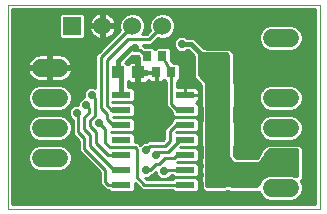
<source format=gtl>
G75*
%MOIN*%
%OFA0B0*%
%FSLAX24Y24*%
%IPPOS*%
%LPD*%
%AMOC8*
5,1,8,0,0,1.08239X$1,22.5*
%
%ADD10C,0.0000*%
%ADD11R,0.0630X0.0236*%
%ADD12C,0.0600*%
%ADD13R,0.0630X0.0709*%
%ADD14R,0.0433X0.0394*%
%ADD15R,0.0276X0.0354*%
%ADD16R,0.0600X0.0600*%
%ADD17C,0.0600*%
%ADD18C,0.0280*%
%ADD19C,0.0120*%
%ADD20C,0.0360*%
%ADD21C,0.0160*%
%ADD22C,0.0100*%
%ADD23C,0.0960*%
D10*
X000150Y000200D02*
X010550Y000200D01*
X010550Y007000D01*
X000150Y007000D01*
X000150Y000200D01*
D11*
X003937Y001000D03*
X003937Y001500D03*
X003937Y002000D03*
X003937Y002500D03*
X003937Y003000D03*
X003937Y003500D03*
X003937Y004000D03*
X006063Y004000D03*
X006063Y003500D03*
X006063Y003000D03*
X006063Y002500D03*
X006063Y002000D03*
X006063Y001500D03*
X006063Y001000D03*
D12*
X008950Y000900D02*
X009550Y000900D01*
X009550Y001900D02*
X008950Y001900D01*
X008950Y002900D02*
X009550Y002900D01*
X009550Y003900D02*
X008950Y003900D01*
X008950Y004900D02*
X009550Y004900D01*
X009550Y005900D02*
X008950Y005900D01*
X001850Y004900D02*
X001250Y004900D01*
X001250Y003900D02*
X001850Y003900D01*
X001850Y002900D02*
X001250Y002900D01*
X001250Y001900D02*
X001850Y001900D01*
D13*
X007049Y002700D03*
X008151Y002700D03*
X008151Y004000D03*
X007049Y004000D03*
D14*
X004485Y004750D03*
X003815Y004750D03*
D15*
X004794Y005300D03*
X005306Y005300D03*
X005094Y004750D03*
X005606Y004750D03*
D16*
X002300Y006300D03*
D17*
X003300Y006300D03*
X004300Y006300D03*
X005300Y006300D03*
D18*
X005950Y005700D03*
X005992Y005291D03*
X005992Y004991D03*
X006656Y005000D03*
X006656Y004700D03*
X006656Y005300D03*
X007492Y006091D03*
X007850Y004600D03*
X008150Y004600D03*
X008450Y004600D03*
X005250Y004150D03*
X004700Y004150D03*
X004400Y005150D03*
X004400Y005550D03*
X002750Y005000D03*
X002950Y004000D03*
X002750Y003650D03*
X002450Y003400D03*
X003200Y003050D03*
X002350Y002350D03*
X002150Y001200D03*
X000700Y001200D03*
X004700Y002650D03*
X005250Y002650D03*
X004750Y002150D03*
X005100Y002000D03*
X005350Y001450D03*
X004750Y001500D03*
X005550Y000700D03*
X006550Y000700D03*
X006850Y001200D03*
X006850Y001500D03*
X006850Y001800D03*
X007850Y002100D03*
X008150Y002100D03*
X008450Y002100D03*
X007500Y000700D03*
X000850Y006250D03*
D19*
X006550Y005350D02*
X006550Y004650D01*
X006800Y004400D01*
X006800Y000950D01*
X007372Y000950D01*
X007444Y000980D01*
X007556Y000980D01*
X007628Y000950D01*
X008450Y000950D01*
X008526Y001026D01*
X008577Y001149D01*
X008701Y001273D01*
X008862Y001340D01*
X009638Y001340D01*
X009734Y001300D01*
X009800Y001300D01*
X009800Y002150D01*
X008900Y002150D01*
X008550Y001700D01*
X007700Y001700D01*
X007500Y001900D01*
X007500Y005300D01*
X007450Y005350D01*
X006550Y005350D01*
X006550Y005296D02*
X007500Y005296D01*
X007500Y005177D02*
X006550Y005177D01*
X006550Y005059D02*
X007500Y005059D01*
X007500Y004940D02*
X006550Y004940D01*
X006550Y004822D02*
X007500Y004822D01*
X007500Y004703D02*
X006550Y004703D01*
X006615Y004585D02*
X007500Y004585D01*
X007500Y004466D02*
X006734Y004466D01*
X006800Y004348D02*
X007500Y004348D01*
X007500Y004229D02*
X006800Y004229D01*
X006800Y004111D02*
X007500Y004111D01*
X007500Y003992D02*
X006800Y003992D01*
X006800Y003874D02*
X007500Y003874D01*
X007500Y003755D02*
X006800Y003755D01*
X006800Y003637D02*
X007500Y003637D01*
X007500Y003518D02*
X006800Y003518D01*
X006800Y003400D02*
X007500Y003400D01*
X007500Y003281D02*
X006800Y003281D01*
X006800Y003163D02*
X007500Y003163D01*
X007500Y003044D02*
X006800Y003044D01*
X006800Y002926D02*
X007500Y002926D01*
X007500Y002807D02*
X006800Y002807D01*
X006800Y002689D02*
X007500Y002689D01*
X007500Y002570D02*
X006800Y002570D01*
X006800Y002452D02*
X007500Y002452D01*
X007500Y002333D02*
X006800Y002333D01*
X006800Y002215D02*
X007500Y002215D01*
X007500Y002096D02*
X006800Y002096D01*
X006800Y001978D02*
X007500Y001978D01*
X007541Y001859D02*
X006800Y001859D01*
X006800Y001741D02*
X007659Y001741D01*
X007750Y001950D02*
X007750Y005400D01*
X009950Y005400D01*
X009950Y004300D01*
X009734Y004300D01*
X009638Y004340D01*
X008862Y004340D01*
X008766Y004300D01*
X008650Y004300D01*
X008648Y004220D01*
X008577Y004149D01*
X008510Y003988D01*
X008510Y003812D01*
X008577Y003651D01*
X008633Y003595D01*
X008623Y003195D01*
X008577Y003149D01*
X008510Y002988D01*
X008510Y002812D01*
X008577Y002651D01*
X008609Y002619D01*
X008600Y002250D01*
X008300Y001950D01*
X007750Y001950D01*
X007750Y001978D02*
X008328Y001978D01*
X008446Y002096D02*
X007750Y002096D01*
X007750Y002215D02*
X008565Y002215D01*
X008602Y002333D02*
X007750Y002333D01*
X007750Y002452D02*
X008605Y002452D01*
X008608Y002570D02*
X007750Y002570D01*
X007750Y002689D02*
X008561Y002689D01*
X008512Y002807D02*
X007750Y002807D01*
X007750Y002926D02*
X008510Y002926D01*
X008533Y003044D02*
X007750Y003044D01*
X007750Y003163D02*
X008590Y003163D01*
X008625Y003281D02*
X007750Y003281D01*
X007750Y003400D02*
X008628Y003400D01*
X008631Y003518D02*
X007750Y003518D01*
X007750Y003637D02*
X008591Y003637D01*
X008534Y003755D02*
X007750Y003755D01*
X007750Y003874D02*
X008510Y003874D01*
X008512Y003992D02*
X007750Y003992D01*
X007750Y004111D02*
X008561Y004111D01*
X008648Y004229D02*
X007750Y004229D01*
X007750Y004348D02*
X009950Y004348D01*
X009950Y004466D02*
X007750Y004466D01*
X007750Y004585D02*
X009950Y004585D01*
X009950Y004703D02*
X007750Y004703D01*
X007750Y004822D02*
X009950Y004822D01*
X009950Y004940D02*
X007750Y004940D01*
X007750Y005059D02*
X009950Y005059D01*
X009950Y005177D02*
X007750Y005177D01*
X007750Y005296D02*
X009950Y005296D01*
X009800Y002096D02*
X008858Y002096D01*
X008766Y001978D02*
X009800Y001978D01*
X009800Y001859D02*
X008674Y001859D01*
X008582Y001741D02*
X009800Y001741D01*
X009800Y001622D02*
X006800Y001622D01*
X006800Y001504D02*
X009800Y001504D01*
X009800Y001385D02*
X006800Y001385D01*
X006800Y001267D02*
X008694Y001267D01*
X008576Y001148D02*
X006800Y001148D01*
X006800Y001030D02*
X008527Y001030D01*
D20*
X008250Y001400D03*
X008250Y005200D03*
D21*
X006656Y005300D02*
X006256Y005700D01*
X005950Y005700D01*
X004400Y005550D02*
X004250Y005550D01*
X003815Y005135D01*
X003815Y004750D01*
X003937Y004622D01*
X003937Y004000D01*
D22*
X003630Y003752D02*
X004306Y003752D01*
X004382Y003828D01*
X004382Y004172D01*
X004306Y004248D01*
X004147Y004248D01*
X004147Y004463D01*
X004148Y004461D01*
X004176Y004433D01*
X004210Y004413D01*
X004248Y004403D01*
X004436Y004403D01*
X004436Y004702D01*
X004533Y004702D01*
X004533Y004798D01*
X004806Y004798D01*
X004806Y004769D01*
X005075Y004769D01*
X005075Y004731D01*
X005113Y004731D01*
X005113Y004423D01*
X005252Y004423D01*
X005290Y004433D01*
X005324Y004453D01*
X005352Y004481D01*
X005361Y004496D01*
X005414Y004443D01*
X005420Y004443D01*
X005420Y003625D01*
X005525Y003520D01*
X005618Y003427D01*
X005618Y003328D01*
X005694Y003252D01*
X006432Y003252D01*
X006508Y003328D01*
X006508Y003672D01*
X006437Y003743D01*
X006470Y003762D01*
X006498Y003790D01*
X006518Y003824D01*
X006528Y003862D01*
X006528Y003991D01*
X006072Y003991D01*
X006072Y004009D01*
X006528Y004009D01*
X006528Y004138D01*
X006518Y004176D01*
X006498Y004210D01*
X006470Y004238D01*
X006436Y004258D01*
X006398Y004268D01*
X006072Y004268D01*
X006072Y004009D01*
X006054Y004009D01*
X006054Y004268D01*
X005780Y004268D01*
X005780Y004443D01*
X005798Y004443D01*
X005874Y004519D01*
X005874Y004981D01*
X005798Y005057D01*
X005643Y005057D01*
X005574Y005185D01*
X005574Y005531D01*
X005498Y005607D01*
X005114Y005607D01*
X005050Y005543D01*
X004986Y005607D01*
X004697Y005607D01*
X004648Y005656D01*
X004643Y005670D01*
X004925Y005670D01*
X005151Y005896D01*
X005214Y005870D01*
X005386Y005870D01*
X005544Y005935D01*
X005665Y006056D01*
X005730Y006214D01*
X005730Y006386D01*
X005665Y006544D01*
X005544Y006665D01*
X005386Y006730D01*
X005214Y006730D01*
X005056Y006665D01*
X004935Y006544D01*
X004870Y006386D01*
X004870Y006214D01*
X004896Y006151D01*
X004775Y006030D01*
X004638Y006030D01*
X004665Y006056D01*
X004730Y006214D01*
X004730Y006386D01*
X004665Y006544D01*
X004544Y006665D01*
X004386Y006730D01*
X004214Y006730D01*
X004056Y006665D01*
X003935Y006544D01*
X003870Y006386D01*
X003870Y006214D01*
X003896Y006151D01*
X003175Y005430D01*
X003070Y005325D01*
X003070Y004243D01*
X003004Y004270D01*
X002896Y004270D01*
X002797Y004229D01*
X002721Y004153D01*
X002680Y004054D01*
X002680Y003946D01*
X002692Y003918D01*
X002597Y003879D01*
X002521Y003803D01*
X002480Y003704D01*
X002480Y003670D01*
X002396Y003670D01*
X002297Y003629D01*
X002221Y003553D01*
X002180Y003454D01*
X002180Y003346D01*
X002221Y003247D01*
X002297Y003171D01*
X002320Y003162D01*
X002320Y002675D01*
X002425Y002570D01*
X002520Y002475D01*
X002520Y002125D01*
X002625Y002020D01*
X003220Y001425D01*
X003220Y001025D01*
X003325Y000920D01*
X003425Y000820D01*
X003500Y000820D01*
X003568Y000752D01*
X004306Y000752D01*
X004382Y000828D01*
X004382Y001063D01*
X004625Y000820D01*
X005626Y000820D01*
X005694Y000752D01*
X006432Y000752D01*
X006508Y000828D01*
X006508Y001172D01*
X006432Y001248D01*
X005694Y001248D01*
X005626Y001180D01*
X004775Y001180D01*
X004725Y001230D01*
X004804Y001230D01*
X004903Y001271D01*
X004952Y001320D01*
X004975Y001320D01*
X005080Y001425D01*
X005080Y001425D01*
X005080Y001396D01*
X005121Y001297D01*
X005197Y001221D01*
X005296Y001180D01*
X005404Y001180D01*
X005503Y001221D01*
X005579Y001297D01*
X005588Y001320D01*
X005626Y001320D01*
X005694Y001252D01*
X006432Y001252D01*
X006508Y001328D01*
X006508Y001672D01*
X006432Y001748D01*
X005803Y001748D01*
X005806Y001752D01*
X006432Y001752D01*
X006508Y001828D01*
X006508Y002172D01*
X006432Y002248D01*
X005903Y002248D01*
X005906Y002252D01*
X006432Y002252D01*
X006508Y002328D01*
X006508Y002672D01*
X006432Y002748D01*
X005753Y002748D01*
X005756Y002752D01*
X006432Y002752D01*
X006508Y002828D01*
X006508Y003172D01*
X006432Y003248D01*
X005694Y003248D01*
X005618Y003172D01*
X005618Y003123D01*
X005475Y002980D01*
X005370Y002875D01*
X005370Y002525D01*
X005325Y002480D01*
X004825Y002480D01*
X004765Y002420D01*
X004696Y002420D01*
X004597Y002379D01*
X004561Y002343D01*
X004475Y002430D01*
X004382Y002430D01*
X004382Y002672D01*
X004306Y002748D01*
X003580Y002748D01*
X003580Y002752D01*
X004306Y002752D01*
X004382Y002828D01*
X004382Y003172D01*
X004306Y003248D01*
X003656Y003248D01*
X003653Y003252D01*
X004306Y003252D01*
X004382Y003328D01*
X004382Y003672D01*
X004306Y003748D01*
X003630Y003748D01*
X003630Y003752D01*
X003450Y003650D02*
X003450Y005150D01*
X004150Y005850D01*
X004850Y005850D01*
X005300Y006300D01*
X005606Y006603D02*
X010400Y006603D01*
X010400Y006504D02*
X005681Y006504D01*
X005722Y006406D02*
X010400Y006406D01*
X010400Y006307D02*
X009691Y006307D01*
X009636Y006330D02*
X008864Y006330D01*
X008706Y006265D01*
X008585Y006144D01*
X008520Y005986D01*
X008520Y005814D01*
X008585Y005656D01*
X008706Y005535D01*
X008864Y005470D01*
X009636Y005470D01*
X009794Y005535D01*
X009915Y005656D01*
X009980Y005814D01*
X009980Y005986D01*
X009915Y006144D01*
X009794Y006265D01*
X009636Y006330D01*
X009850Y006209D02*
X010400Y006209D01*
X010400Y006110D02*
X009928Y006110D01*
X009969Y006012D02*
X010400Y006012D01*
X010400Y005913D02*
X009980Y005913D01*
X009980Y005815D02*
X010400Y005815D01*
X010400Y005716D02*
X009939Y005716D01*
X009876Y005618D02*
X010400Y005618D01*
X010400Y005519D02*
X009754Y005519D01*
X009707Y005322D02*
X010400Y005322D01*
X010400Y005421D02*
X007648Y005421D01*
X007690Y005379D02*
X007579Y005490D01*
X007529Y005540D01*
X006782Y005540D01*
X006710Y005570D01*
X006683Y005570D01*
X006343Y005910D01*
X006122Y005910D01*
X006103Y005929D01*
X006004Y005970D01*
X005896Y005970D01*
X005797Y005929D01*
X005721Y005853D01*
X005680Y005754D01*
X005680Y005646D01*
X005721Y005547D01*
X005797Y005471D01*
X005896Y005430D01*
X006004Y005430D01*
X006103Y005471D01*
X006122Y005490D01*
X006169Y005490D01*
X006360Y005299D01*
X006360Y004571D01*
X006471Y004460D01*
X006604Y004327D01*
X006604Y003592D01*
X006610Y003586D01*
X006610Y003114D01*
X006604Y003108D01*
X006604Y002292D01*
X006610Y002286D01*
X006610Y001926D01*
X006580Y001854D01*
X006580Y001746D01*
X006610Y001674D01*
X006610Y001626D01*
X006580Y001554D01*
X006580Y001446D01*
X006610Y001374D01*
X006610Y001326D01*
X006580Y001254D01*
X006580Y001146D01*
X006610Y001074D01*
X006610Y000871D01*
X006721Y000760D01*
X008529Y000760D01*
X008539Y000770D01*
X008585Y000656D01*
X008706Y000535D01*
X008864Y000470D01*
X009636Y000470D01*
X009794Y000535D01*
X009915Y000656D01*
X009980Y000814D01*
X009980Y000986D01*
X009915Y001144D01*
X009913Y001145D01*
X009990Y001221D01*
X009990Y002229D01*
X009879Y002340D01*
X008965Y002340D01*
X008955Y002348D01*
X008888Y002340D01*
X008821Y002340D01*
X008812Y002330D01*
X008798Y002329D01*
X008768Y002290D01*
X008706Y002265D01*
X008585Y002144D01*
X008520Y001986D01*
X008520Y001971D01*
X008457Y001890D01*
X007779Y001890D01*
X007690Y001979D01*
X007690Y002312D01*
X007696Y002288D01*
X007716Y002254D01*
X007744Y002226D01*
X007778Y002206D01*
X007816Y002196D01*
X008101Y002196D01*
X008101Y002650D01*
X008201Y002650D01*
X008201Y002196D01*
X008486Y002196D01*
X008524Y002206D01*
X008558Y002226D01*
X008586Y002254D01*
X008606Y002288D01*
X008616Y002326D01*
X008616Y002626D01*
X008706Y002535D01*
X008864Y002470D01*
X009636Y002470D01*
X009794Y002535D01*
X009915Y002656D01*
X009980Y002814D01*
X009980Y002986D01*
X009915Y003144D01*
X009794Y003265D01*
X009636Y003330D01*
X008864Y003330D01*
X008706Y003265D01*
X008587Y003145D01*
X008586Y003146D01*
X008558Y003174D01*
X008524Y003194D01*
X008486Y003204D01*
X008201Y003204D01*
X008201Y002750D01*
X008101Y002750D01*
X008101Y003204D01*
X007816Y003204D01*
X007778Y003194D01*
X007744Y003174D01*
X007716Y003146D01*
X007696Y003112D01*
X007690Y003088D01*
X007690Y003612D01*
X007696Y003588D01*
X007716Y003554D01*
X007744Y003526D01*
X007778Y003506D01*
X007816Y003496D01*
X008101Y003496D01*
X008101Y003950D01*
X008201Y003950D01*
X008201Y003496D01*
X008486Y003496D01*
X008524Y003506D01*
X008558Y003526D01*
X008586Y003554D01*
X008606Y003588D01*
X008616Y003626D01*
X008706Y003535D01*
X008864Y003470D01*
X009636Y003470D01*
X009794Y003535D01*
X009915Y003656D01*
X009980Y003814D01*
X009980Y003986D01*
X009915Y004144D01*
X009794Y004265D01*
X009636Y004330D01*
X008864Y004330D01*
X008706Y004265D01*
X008616Y004174D01*
X008616Y004374D01*
X008606Y004412D01*
X008586Y004446D01*
X008558Y004474D01*
X008524Y004494D01*
X008486Y004504D01*
X008201Y004504D01*
X008201Y004050D01*
X008101Y004050D01*
X008101Y004504D01*
X007816Y004504D01*
X007778Y004494D01*
X007744Y004474D01*
X007716Y004446D01*
X007696Y004412D01*
X007690Y004388D01*
X007690Y005379D01*
X007690Y005322D02*
X008793Y005322D01*
X008777Y005317D02*
X008714Y005285D01*
X008657Y005243D01*
X008607Y005193D01*
X008565Y005136D01*
X008533Y005073D01*
X008511Y005005D01*
X008502Y004950D01*
X009200Y004950D01*
X009200Y005350D01*
X008915Y005350D01*
X008845Y005339D01*
X008777Y005317D01*
X008637Y005224D02*
X007690Y005224D01*
X007690Y005125D02*
X008560Y005125D01*
X008518Y005027D02*
X007690Y005027D01*
X007690Y004928D02*
X009200Y004928D01*
X009200Y004950D02*
X009200Y004850D01*
X009300Y004850D01*
X009300Y004950D01*
X009200Y004950D01*
X009300Y004950D02*
X009300Y005350D01*
X009585Y005350D01*
X009655Y005339D01*
X009723Y005317D01*
X009786Y005285D01*
X009843Y005243D01*
X009893Y005193D01*
X009935Y005136D01*
X009967Y005073D01*
X009989Y005005D01*
X009998Y004950D01*
X009300Y004950D01*
X009300Y004928D02*
X010400Y004928D01*
X010400Y004830D02*
X009994Y004830D01*
X009998Y004850D02*
X009300Y004850D01*
X009300Y004450D01*
X009585Y004450D01*
X009655Y004461D01*
X009723Y004483D01*
X009786Y004515D01*
X009843Y004557D01*
X009893Y004607D01*
X009935Y004664D01*
X009967Y004727D01*
X009989Y004795D01*
X009998Y004850D01*
X009968Y004731D02*
X010400Y004731D01*
X010400Y004633D02*
X009912Y004633D01*
X009812Y004534D02*
X010400Y004534D01*
X010400Y004436D02*
X008592Y004436D01*
X008616Y004337D02*
X010400Y004337D01*
X010400Y004239D02*
X009820Y004239D01*
X009916Y004140D02*
X010400Y004140D01*
X010400Y004042D02*
X009957Y004042D01*
X009980Y003943D02*
X010400Y003943D01*
X010400Y003845D02*
X009980Y003845D01*
X009952Y003746D02*
X010400Y003746D01*
X010400Y003648D02*
X009906Y003648D01*
X009807Y003549D02*
X010400Y003549D01*
X010400Y003451D02*
X007690Y003451D01*
X007690Y003549D02*
X007721Y003549D01*
X007690Y003352D02*
X010400Y003352D01*
X010400Y003254D02*
X009805Y003254D01*
X009903Y003155D02*
X010400Y003155D01*
X010400Y003057D02*
X009951Y003057D01*
X009980Y002958D02*
X010400Y002958D01*
X010400Y002860D02*
X009980Y002860D01*
X009958Y002761D02*
X010400Y002761D01*
X010400Y002663D02*
X009917Y002663D01*
X009822Y002564D02*
X010400Y002564D01*
X010400Y002466D02*
X008616Y002466D01*
X008616Y002564D02*
X008678Y002564D01*
X008616Y002367D02*
X010400Y002367D01*
X010400Y002269D02*
X009950Y002269D01*
X009990Y002170D02*
X010400Y002170D01*
X010400Y002072D02*
X009990Y002072D01*
X009990Y001973D02*
X010400Y001973D01*
X010400Y001875D02*
X009990Y001875D01*
X009990Y001776D02*
X010400Y001776D01*
X010400Y001678D02*
X009990Y001678D01*
X009990Y001579D02*
X010400Y001579D01*
X010400Y001481D02*
X009990Y001481D01*
X009990Y001382D02*
X010400Y001382D01*
X010400Y001284D02*
X009990Y001284D01*
X009954Y001185D02*
X010400Y001185D01*
X010400Y001087D02*
X009938Y001087D01*
X009979Y000988D02*
X010400Y000988D01*
X010400Y000890D02*
X009980Y000890D01*
X009970Y000791D02*
X010400Y000791D01*
X010400Y000693D02*
X009929Y000693D01*
X009852Y000594D02*
X010400Y000594D01*
X010400Y000496D02*
X009697Y000496D01*
X010400Y000397D02*
X000300Y000397D01*
X000300Y000350D02*
X010400Y000350D01*
X010400Y006850D01*
X000300Y006850D01*
X000300Y000350D01*
X000300Y000496D02*
X008803Y000496D01*
X008648Y000594D02*
X000300Y000594D01*
X000300Y000693D02*
X008571Y000693D01*
X008520Y001973D02*
X007696Y001973D01*
X007690Y002072D02*
X008556Y002072D01*
X008612Y002170D02*
X007690Y002170D01*
X007690Y002269D02*
X007708Y002269D01*
X008101Y002269D02*
X008201Y002269D01*
X008201Y002367D02*
X008101Y002367D01*
X008101Y002466D02*
X008201Y002466D01*
X008201Y002564D02*
X008101Y002564D01*
X008101Y002761D02*
X008201Y002761D01*
X008201Y002860D02*
X008101Y002860D01*
X008101Y002958D02*
X008201Y002958D01*
X008201Y003057D02*
X008101Y003057D01*
X008101Y003155D02*
X008201Y003155D01*
X008578Y003155D02*
X008597Y003155D01*
X008695Y003254D02*
X007690Y003254D01*
X007690Y003155D02*
X007725Y003155D01*
X008101Y003549D02*
X008201Y003549D01*
X008201Y003648D02*
X008101Y003648D01*
X008101Y003746D02*
X008201Y003746D01*
X008201Y003845D02*
X008101Y003845D01*
X008101Y003943D02*
X008201Y003943D01*
X008201Y004140D02*
X008101Y004140D01*
X008101Y004239D02*
X008201Y004239D01*
X008201Y004337D02*
X008101Y004337D01*
X008101Y004436D02*
X008201Y004436D01*
X008565Y004664D02*
X008533Y004727D01*
X008511Y004795D01*
X008502Y004850D01*
X009200Y004850D01*
X009200Y004450D01*
X008915Y004450D01*
X008845Y004461D01*
X008777Y004483D01*
X008714Y004515D01*
X008657Y004557D01*
X008607Y004607D01*
X008565Y004664D01*
X008588Y004633D02*
X007690Y004633D01*
X007690Y004731D02*
X008532Y004731D01*
X008506Y004830D02*
X007690Y004830D01*
X007690Y004534D02*
X008688Y004534D01*
X008680Y004239D02*
X008616Y004239D01*
X009200Y004534D02*
X009300Y004534D01*
X009300Y004633D02*
X009200Y004633D01*
X009200Y004731D02*
X009300Y004731D01*
X009300Y004830D02*
X009200Y004830D01*
X009200Y005027D02*
X009300Y005027D01*
X009300Y005125D02*
X009200Y005125D01*
X009200Y005224D02*
X009300Y005224D01*
X009300Y005322D02*
X009200Y005322D01*
X008746Y005519D02*
X007550Y005519D01*
X006636Y005618D02*
X008624Y005618D01*
X008561Y005716D02*
X006537Y005716D01*
X006439Y005815D02*
X008520Y005815D01*
X008520Y005913D02*
X006119Y005913D01*
X005781Y005913D02*
X005489Y005913D01*
X005620Y006012D02*
X008531Y006012D01*
X008572Y006110D02*
X005687Y006110D01*
X005728Y006209D02*
X008650Y006209D01*
X008809Y006307D02*
X005730Y006307D01*
X005456Y006701D02*
X010400Y006701D01*
X010400Y006800D02*
X000300Y006800D01*
X000300Y006701D02*
X001917Y006701D01*
X001946Y006730D02*
X001870Y006654D01*
X001870Y005946D01*
X001946Y005870D01*
X002654Y005870D01*
X002730Y005946D01*
X002730Y006654D01*
X002654Y006730D01*
X001946Y006730D01*
X001870Y006603D02*
X000300Y006603D01*
X000300Y006504D02*
X001870Y006504D01*
X001870Y006406D02*
X000300Y006406D01*
X000300Y006307D02*
X001870Y006307D01*
X001870Y006209D02*
X000300Y006209D01*
X000300Y006110D02*
X001870Y006110D01*
X001870Y006012D02*
X000300Y006012D01*
X000300Y005913D02*
X001903Y005913D01*
X001885Y005350D02*
X001600Y005350D01*
X001600Y004950D01*
X001500Y004950D01*
X001500Y005350D01*
X001215Y005350D01*
X001145Y005339D01*
X001077Y005317D01*
X001014Y005285D01*
X000957Y005243D01*
X000907Y005193D01*
X000865Y005136D01*
X000833Y005073D01*
X000811Y005005D01*
X000802Y004950D01*
X001500Y004950D01*
X001500Y004850D01*
X001600Y004850D01*
X001600Y004950D01*
X002298Y004950D01*
X002289Y005005D01*
X002267Y005073D01*
X002235Y005136D01*
X002193Y005193D01*
X002143Y005243D01*
X002086Y005285D01*
X002023Y005317D01*
X001955Y005339D01*
X001885Y005350D01*
X002007Y005322D02*
X003070Y005322D01*
X003166Y005421D02*
X000300Y005421D01*
X000300Y005519D02*
X003264Y005519D01*
X003363Y005618D02*
X000300Y005618D01*
X000300Y005716D02*
X003461Y005716D01*
X003560Y005815D02*
X000300Y005815D01*
X000300Y005322D02*
X001093Y005322D01*
X000937Y005224D02*
X000300Y005224D01*
X000300Y005125D02*
X000860Y005125D01*
X000818Y005027D02*
X000300Y005027D01*
X000300Y004928D02*
X001500Y004928D01*
X001500Y004850D02*
X000802Y004850D01*
X000811Y004795D01*
X000833Y004727D01*
X000865Y004664D01*
X000907Y004607D01*
X000957Y004557D01*
X001014Y004515D01*
X001077Y004483D01*
X001145Y004461D01*
X001215Y004450D01*
X001500Y004450D01*
X001500Y004850D01*
X001500Y004830D02*
X001600Y004830D01*
X001600Y004850D02*
X001600Y004450D01*
X001885Y004450D01*
X001955Y004461D01*
X002023Y004483D01*
X002086Y004515D01*
X002143Y004557D01*
X002193Y004607D01*
X002235Y004664D01*
X002267Y004727D01*
X002289Y004795D01*
X002298Y004850D01*
X001600Y004850D01*
X001600Y004928D02*
X003070Y004928D01*
X003070Y004830D02*
X002294Y004830D01*
X002268Y004731D02*
X003070Y004731D01*
X003070Y004633D02*
X002212Y004633D01*
X002112Y004534D02*
X003070Y004534D01*
X003070Y004436D02*
X000300Y004436D01*
X000300Y004337D02*
X003070Y004337D01*
X002820Y004239D02*
X002120Y004239D01*
X002094Y004265D02*
X001936Y004330D01*
X001164Y004330D01*
X001006Y004265D01*
X000885Y004144D01*
X000820Y003986D01*
X000820Y003814D01*
X000885Y003656D01*
X001006Y003535D01*
X001164Y003470D01*
X001936Y003470D01*
X002094Y003535D01*
X002215Y003656D01*
X002280Y003814D01*
X002280Y003986D01*
X002215Y004144D01*
X002094Y004265D01*
X002216Y004140D02*
X002716Y004140D01*
X002680Y004042D02*
X002257Y004042D01*
X002280Y003943D02*
X002681Y003943D01*
X002563Y003845D02*
X002280Y003845D01*
X002252Y003746D02*
X002498Y003746D01*
X002342Y003648D02*
X002206Y003648D01*
X002219Y003549D02*
X002107Y003549D01*
X002180Y003451D02*
X000300Y003451D01*
X000300Y003549D02*
X000993Y003549D01*
X000894Y003648D02*
X000300Y003648D01*
X000300Y003746D02*
X000848Y003746D01*
X000820Y003845D02*
X000300Y003845D01*
X000300Y003943D02*
X000820Y003943D01*
X000843Y004042D02*
X000300Y004042D01*
X000300Y004140D02*
X000884Y004140D01*
X000980Y004239D02*
X000300Y004239D01*
X000300Y004534D02*
X000988Y004534D01*
X000888Y004633D02*
X000300Y004633D01*
X000300Y004731D02*
X000832Y004731D01*
X000806Y004830D02*
X000300Y004830D01*
X001500Y004731D02*
X001600Y004731D01*
X001600Y004633D02*
X001500Y004633D01*
X001500Y004534D02*
X001600Y004534D01*
X001600Y005027D02*
X001500Y005027D01*
X001500Y005125D02*
X001600Y005125D01*
X001600Y005224D02*
X001500Y005224D01*
X001500Y005322D02*
X001600Y005322D01*
X002163Y005224D02*
X003070Y005224D01*
X003070Y005125D02*
X002240Y005125D01*
X002282Y005027D02*
X003070Y005027D01*
X003250Y005250D02*
X003250Y003550D01*
X003450Y003350D01*
X003450Y003200D01*
X003650Y003000D01*
X003937Y003000D01*
X004382Y002958D02*
X005453Y002958D01*
X005552Y003057D02*
X004382Y003057D01*
X004382Y003155D02*
X005618Y003155D01*
X005693Y003254D02*
X004307Y003254D01*
X004382Y003352D02*
X005618Y003352D01*
X005595Y003451D02*
X004382Y003451D01*
X004382Y003549D02*
X005496Y003549D01*
X005420Y003648D02*
X004382Y003648D01*
X004308Y003746D02*
X005420Y003746D01*
X005420Y003845D02*
X004382Y003845D01*
X004382Y003943D02*
X005420Y003943D01*
X005420Y004042D02*
X004382Y004042D01*
X004382Y004140D02*
X005420Y004140D01*
X005420Y004239D02*
X004315Y004239D01*
X004147Y004337D02*
X005420Y004337D01*
X005420Y004436D02*
X005294Y004436D01*
X005113Y004436D02*
X005075Y004436D01*
X005075Y004423D02*
X005075Y004731D01*
X004806Y004731D01*
X004533Y004731D01*
X004533Y004702D02*
X004806Y004702D01*
X004806Y004731D01*
X004533Y004702D02*
X004533Y004403D01*
X004721Y004403D01*
X004759Y004413D01*
X004793Y004433D01*
X004821Y004461D01*
X004834Y004484D01*
X004836Y004481D01*
X004864Y004453D01*
X004898Y004433D01*
X004937Y004423D01*
X005075Y004423D01*
X005075Y004534D02*
X005113Y004534D01*
X005113Y004633D02*
X005075Y004633D01*
X005075Y004731D02*
X005113Y004731D01*
X004894Y004436D02*
X004796Y004436D01*
X004533Y004436D02*
X004436Y004436D01*
X004436Y004534D02*
X004533Y004534D01*
X004533Y004633D02*
X004436Y004633D01*
X004436Y004798D02*
X004436Y005097D01*
X004248Y005097D01*
X004210Y005087D01*
X004176Y005067D01*
X004148Y005039D01*
X004139Y005023D01*
X004086Y005077D01*
X004059Y005077D01*
X004294Y005302D01*
X004346Y005280D01*
X004454Y005280D01*
X004497Y005298D01*
X004526Y005269D01*
X004526Y005069D01*
X004533Y005062D01*
X004533Y004798D01*
X004436Y004798D01*
X004436Y004830D02*
X004533Y004830D01*
X004533Y004928D02*
X004436Y004928D01*
X004436Y005027D02*
X004533Y005027D01*
X004526Y005125D02*
X004109Y005125D01*
X004136Y005027D02*
X004141Y005027D01*
X004212Y005224D02*
X004526Y005224D01*
X004800Y005250D02*
X004550Y005500D01*
X004500Y005500D01*
X004400Y005550D01*
X004687Y005618D02*
X005692Y005618D01*
X005680Y005716D02*
X004971Y005716D01*
X005069Y005815D02*
X005705Y005815D01*
X005749Y005519D02*
X005574Y005519D01*
X005574Y005421D02*
X006239Y005421D01*
X006337Y005322D02*
X005574Y005322D01*
X005574Y005224D02*
X006360Y005224D01*
X006360Y005125D02*
X005606Y005125D01*
X005828Y005027D02*
X006360Y005027D01*
X006360Y004928D02*
X005874Y004928D01*
X005874Y004830D02*
X006360Y004830D01*
X006360Y004731D02*
X005874Y004731D01*
X005874Y004633D02*
X006360Y004633D01*
X006397Y004534D02*
X005874Y004534D01*
X005780Y004436D02*
X006496Y004436D01*
X006594Y004337D02*
X005780Y004337D01*
X006054Y004239D02*
X006072Y004239D01*
X006072Y004140D02*
X006054Y004140D01*
X006054Y004042D02*
X006072Y004042D01*
X006469Y004239D02*
X006604Y004239D01*
X006604Y004140D02*
X006527Y004140D01*
X006528Y004042D02*
X006604Y004042D01*
X006604Y003943D02*
X006528Y003943D01*
X006523Y003845D02*
X006604Y003845D01*
X006604Y003746D02*
X006443Y003746D01*
X006508Y003648D02*
X006604Y003648D01*
X006610Y003549D02*
X006508Y003549D01*
X006508Y003451D02*
X006610Y003451D01*
X006610Y003352D02*
X006508Y003352D01*
X006433Y003254D02*
X006610Y003254D01*
X006610Y003155D02*
X006508Y003155D01*
X006508Y003057D02*
X006604Y003057D01*
X006604Y002958D02*
X006508Y002958D01*
X006508Y002860D02*
X006604Y002860D01*
X006604Y002761D02*
X006441Y002761D01*
X006508Y002663D02*
X006604Y002663D01*
X006604Y002564D02*
X006508Y002564D01*
X006508Y002466D02*
X006604Y002466D01*
X006604Y002367D02*
X006508Y002367D01*
X006448Y002269D02*
X006610Y002269D01*
X006610Y002170D02*
X006508Y002170D01*
X006508Y002072D02*
X006610Y002072D01*
X006610Y001973D02*
X006508Y001973D01*
X006508Y001875D02*
X006589Y001875D01*
X006580Y001776D02*
X006456Y001776D01*
X006502Y001678D02*
X006608Y001678D01*
X006590Y001579D02*
X006508Y001579D01*
X006508Y001481D02*
X006580Y001481D01*
X006607Y001382D02*
X006508Y001382D01*
X006463Y001284D02*
X006592Y001284D01*
X006580Y001185D02*
X006495Y001185D01*
X006508Y001087D02*
X006605Y001087D01*
X006610Y000988D02*
X006508Y000988D01*
X006508Y000890D02*
X006610Y000890D01*
X006690Y000791D02*
X006471Y000791D01*
X006063Y001000D02*
X004700Y001000D01*
X004450Y001250D01*
X004450Y002200D01*
X004400Y002250D01*
X003550Y002250D01*
X003400Y002400D01*
X003400Y002850D01*
X003200Y003050D01*
X003050Y003300D02*
X002900Y003150D01*
X002900Y002950D01*
X003100Y002750D01*
X003100Y002400D01*
X003500Y002000D01*
X003937Y002000D01*
X004538Y002367D02*
X004585Y002367D01*
X004382Y002466D02*
X004811Y002466D01*
X004900Y002300D02*
X004750Y002150D01*
X004900Y002300D02*
X005400Y002300D01*
X005550Y002450D01*
X005550Y002800D01*
X005750Y003000D01*
X006063Y003000D01*
X005370Y002860D02*
X004382Y002860D01*
X004315Y002761D02*
X005370Y002761D01*
X005370Y002663D02*
X004382Y002663D01*
X004382Y002564D02*
X005370Y002564D01*
X005500Y002100D02*
X005900Y002500D01*
X006063Y002500D01*
X005500Y002100D02*
X005200Y002100D01*
X005100Y002000D01*
X005400Y001900D02*
X005200Y001700D01*
X005100Y001700D01*
X004900Y001500D01*
X004750Y001500D01*
X004915Y001284D02*
X005135Y001284D01*
X005086Y001382D02*
X005037Y001382D01*
X005284Y001185D02*
X004770Y001185D01*
X004457Y000988D02*
X004382Y000988D01*
X004382Y000890D02*
X004556Y000890D01*
X004345Y000791D02*
X005655Y000791D01*
X005631Y001185D02*
X005416Y001185D01*
X005565Y001284D02*
X005663Y001284D01*
X005400Y001500D02*
X005350Y001450D01*
X005400Y001500D02*
X006063Y001500D01*
X005700Y001900D02*
X005400Y001900D01*
X005700Y001900D02*
X005800Y002000D01*
X006063Y002000D01*
X003937Y001500D02*
X003700Y001500D01*
X002900Y002300D01*
X002900Y002650D01*
X002700Y002850D01*
X002700Y003250D01*
X002850Y003400D01*
X002850Y003550D01*
X002750Y003650D01*
X002500Y003350D02*
X002450Y003400D01*
X002500Y003350D02*
X002500Y002750D01*
X002700Y002550D01*
X002700Y002200D01*
X003400Y001500D01*
X003400Y001100D01*
X003500Y001000D01*
X003937Y001000D01*
X003529Y000791D02*
X000300Y000791D01*
X000300Y000890D02*
X003356Y000890D01*
X003257Y000988D02*
X000300Y000988D01*
X000300Y001087D02*
X003220Y001087D01*
X003220Y001185D02*
X000300Y001185D01*
X000300Y001284D02*
X003220Y001284D01*
X003220Y001382D02*
X000300Y001382D01*
X000300Y001481D02*
X001139Y001481D01*
X001164Y001470D02*
X001936Y001470D01*
X002094Y001535D01*
X002215Y001656D01*
X002280Y001814D01*
X002280Y001986D01*
X002215Y002144D01*
X002094Y002265D01*
X001936Y002330D01*
X001164Y002330D01*
X001006Y002265D01*
X000885Y002144D01*
X000820Y001986D01*
X000820Y001814D01*
X000885Y001656D01*
X001006Y001535D01*
X001164Y001470D01*
X000963Y001579D02*
X000300Y001579D01*
X000300Y001678D02*
X000877Y001678D01*
X000836Y001776D02*
X000300Y001776D01*
X000300Y001875D02*
X000820Y001875D01*
X000820Y001973D02*
X000300Y001973D01*
X000300Y002072D02*
X000856Y002072D01*
X000912Y002170D02*
X000300Y002170D01*
X000300Y002269D02*
X001016Y002269D01*
X001164Y002470D02*
X001936Y002470D01*
X002094Y002535D01*
X002215Y002656D01*
X002280Y002814D01*
X002280Y002986D01*
X002215Y003144D01*
X002094Y003265D01*
X001936Y003330D01*
X001164Y003330D01*
X001006Y003265D01*
X000885Y003144D01*
X000820Y002986D01*
X000820Y002814D01*
X000885Y002656D01*
X001006Y002535D01*
X001164Y002470D01*
X000978Y002564D02*
X000300Y002564D01*
X000300Y002466D02*
X002520Y002466D01*
X002431Y002564D02*
X002122Y002564D01*
X002217Y002663D02*
X002333Y002663D01*
X002320Y002761D02*
X002258Y002761D01*
X002280Y002860D02*
X002320Y002860D01*
X002320Y002958D02*
X002280Y002958D01*
X002251Y003057D02*
X002320Y003057D01*
X002320Y003155D02*
X002203Y003155D01*
X002218Y003254D02*
X002105Y003254D01*
X002180Y003352D02*
X000300Y003352D01*
X000300Y003254D02*
X000995Y003254D01*
X000897Y003155D02*
X000300Y003155D01*
X000300Y003057D02*
X000849Y003057D01*
X000820Y002958D02*
X000300Y002958D01*
X000300Y002860D02*
X000820Y002860D01*
X000842Y002761D02*
X000300Y002761D01*
X000300Y002663D02*
X000883Y002663D01*
X000300Y002367D02*
X002520Y002367D01*
X002520Y002269D02*
X002084Y002269D01*
X002188Y002170D02*
X002520Y002170D01*
X002574Y002072D02*
X002244Y002072D01*
X002280Y001973D02*
X002672Y001973D01*
X002771Y001875D02*
X002280Y001875D01*
X002264Y001776D02*
X002869Y001776D01*
X002968Y001678D02*
X002223Y001678D01*
X002137Y001579D02*
X003066Y001579D01*
X003165Y001481D02*
X001961Y001481D01*
X003050Y003300D02*
X003050Y003900D01*
X002950Y004000D01*
X003450Y003650D02*
X003600Y003500D01*
X003937Y003500D01*
X004147Y004436D02*
X004174Y004436D01*
X004800Y005250D02*
X004794Y005300D01*
X005306Y005300D02*
X005606Y004750D01*
X005606Y004756D01*
X005600Y004700D01*
X005600Y003700D01*
X005800Y003500D01*
X006063Y003500D01*
X007690Y004436D02*
X007710Y004436D01*
X008582Y003549D02*
X008693Y003549D01*
X008716Y002269D02*
X008595Y002269D01*
X009982Y005027D02*
X010400Y005027D01*
X010400Y005125D02*
X009940Y005125D01*
X009863Y005224D02*
X010400Y005224D01*
X005144Y006701D02*
X004456Y006701D01*
X004606Y006603D02*
X004994Y006603D01*
X004919Y006504D02*
X004681Y006504D01*
X004722Y006406D02*
X004878Y006406D01*
X004870Y006307D02*
X004730Y006307D01*
X004728Y006209D02*
X004872Y006209D01*
X004855Y006110D02*
X004687Y006110D01*
X004300Y006300D02*
X003250Y005250D01*
X003250Y005852D02*
X003195Y005861D01*
X003127Y005883D01*
X003064Y005915D01*
X003007Y005957D01*
X002957Y006007D01*
X002915Y006064D01*
X002883Y006127D01*
X002861Y006195D01*
X002852Y006250D01*
X003250Y006250D01*
X003350Y006250D01*
X003350Y006350D01*
X003748Y006350D01*
X003739Y006405D01*
X003717Y006473D01*
X003685Y006536D01*
X003643Y006593D01*
X003593Y006643D01*
X003536Y006685D01*
X003473Y006717D01*
X003405Y006739D01*
X003350Y006748D01*
X003350Y006350D01*
X003250Y006350D01*
X003250Y006748D01*
X003195Y006739D01*
X003127Y006717D01*
X003064Y006685D01*
X003007Y006643D01*
X002957Y006593D01*
X002915Y006536D01*
X002883Y006473D01*
X002861Y006405D01*
X002852Y006350D01*
X003250Y006350D01*
X003250Y006250D01*
X003250Y005852D01*
X003250Y005913D02*
X003350Y005913D01*
X003350Y005852D02*
X003405Y005861D01*
X003473Y005883D01*
X003536Y005915D01*
X003593Y005957D01*
X003643Y006007D01*
X003685Y006064D01*
X003717Y006127D01*
X003739Y006195D01*
X003748Y006250D01*
X003350Y006250D01*
X003350Y005852D01*
X003350Y006012D02*
X003250Y006012D01*
X003250Y006110D02*
X003350Y006110D01*
X003350Y006209D02*
X003250Y006209D01*
X003250Y006307D02*
X002730Y006307D01*
X002730Y006209D02*
X002859Y006209D01*
X002892Y006110D02*
X002730Y006110D01*
X002730Y006012D02*
X002953Y006012D01*
X003068Y005913D02*
X002697Y005913D01*
X003350Y006307D02*
X003870Y006307D01*
X003872Y006209D02*
X003741Y006209D01*
X003708Y006110D02*
X003855Y006110D01*
X003757Y006012D02*
X003647Y006012D01*
X003658Y005913D02*
X003532Y005913D01*
X003350Y006406D02*
X003250Y006406D01*
X003250Y006504D02*
X003350Y006504D01*
X003350Y006603D02*
X003250Y006603D01*
X003250Y006701D02*
X003350Y006701D01*
X003504Y006701D02*
X004144Y006701D01*
X003994Y006603D02*
X003634Y006603D01*
X003701Y006504D02*
X003919Y006504D01*
X003878Y006406D02*
X003739Y006406D01*
X003096Y006701D02*
X002683Y006701D01*
X002730Y006603D02*
X002966Y006603D01*
X002899Y006504D02*
X002730Y006504D01*
X002730Y006406D02*
X002861Y006406D01*
D23*
X005000Y003400D03*
M02*

</source>
